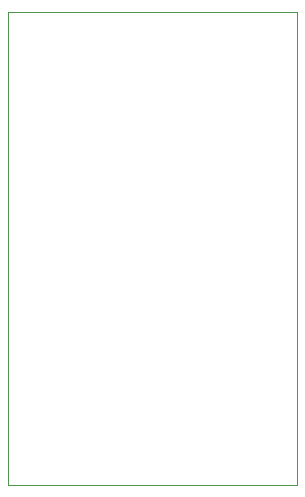
<source format=gm1>
%TF.GenerationSoftware,KiCad,Pcbnew,4.0.2-stable*%
%TF.CreationDate,2016-06-26T16:54:10-05:00*%
%TF.ProjectId,knee,6B6E65652E6B696361645F7063620000,rev?*%
%TF.FileFunction,Profile,NP*%
%FSLAX46Y46*%
G04 Gerber Fmt 4.6, Leading zero omitted, Abs format (unit mm)*
G04 Created by KiCad (PCBNEW 4.0.2-stable) date 6/26/2016 4:54:10 PM*
%MOMM*%
G01*
G04 APERTURE LIST*
%ADD10C,0.100000*%
G04 APERTURE END LIST*
D10*
X202250000Y-39750000D02*
X177750000Y-39750000D01*
X177750000Y-39750000D02*
X177750000Y-79750000D01*
X202250000Y-79750000D02*
X202250000Y-39750000D01*
X177750000Y-79750000D02*
X202250000Y-79750000D01*
M02*

</source>
